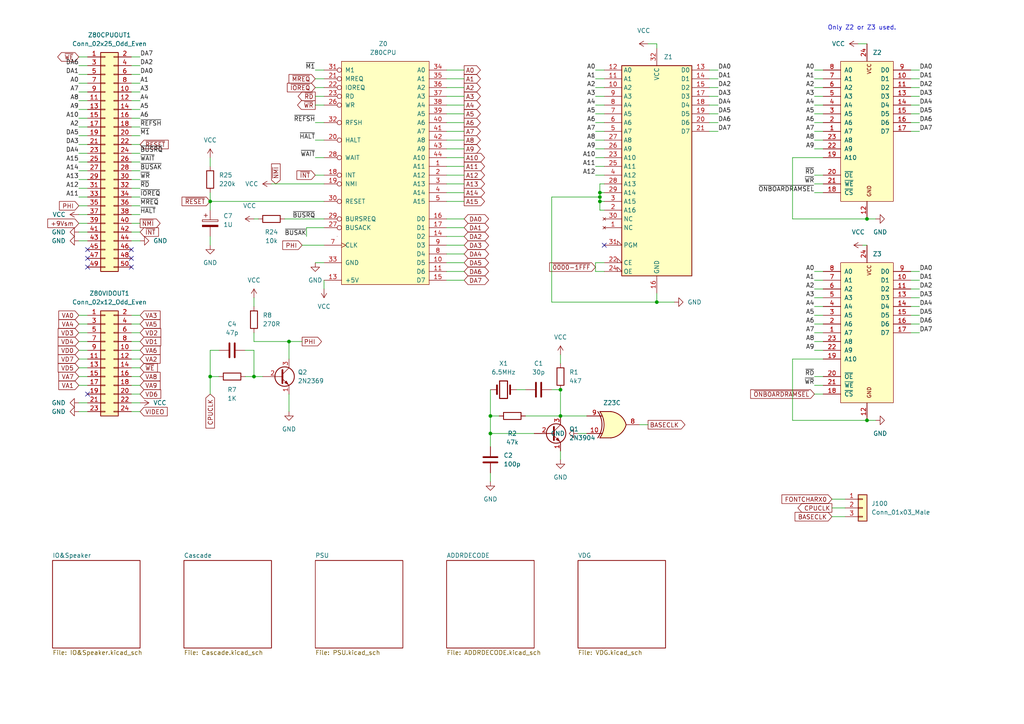
<source format=kicad_sch>
(kicad_sch (version 20211123) (generator eeschema)
  (paper "A4")
  (title_block (title "ACE2NOKB") (date "2019-09-17") (rev "Beta") (company "Ontobus") (comment 1 "John Bradley") (comment 2 "https://creativecommons.org/licenses/by-nc-sa/4.0/") (comment 3 "Attribution-NonCommercial-ShareAlike 4.0 International License.") (comment 4 "This work is licensed under a Creative Commons "))
  (junction (at 142.24 125.73))
  (junction (at 83.82 99.06))
  (junction (at 173.99 55.88))
  (junction (at 173.99 57.15))
  (junction (at 142.24 120.65))
  (junction (at 73.66 109.22))
  (junction (at 60.96 58.42))
  (junction (at 251.46 121.92))
  (junction (at 251.46 63.5))
  (junction (at 162.56 120.65))
  (junction (at 60.96 109.22))
  (junction (at 162.56 113.03))
  (junction (at 173.99 58.42))
  (junction (at 190.5 87.63))
  (no_connect (at -25.4 58.42))
  (no_connect (at 25.4 114.3))
  (no_connect (at -10.16 58.42))
  (no_connect (at -26.67 20.32))
  (no_connect (at 38.1 74.93))
  (no_connect (at -25.4 69.85))
  (no_connect (at 25.4 74.93))
  (no_connect (at -11.43 20.32))
  (no_connect (at -10.16 69.85))
  (no_connect (at -11.43 44.45))
  (no_connect (at 25.4 72.39))
  (no_connect (at -11.43 33.02))
  (no_connect (at 25.4 77.47))
  (no_connect (at -26.67 44.45))
  (no_connect (at 175.26 71.12))
  (no_connect (at 38.1 72.39))
  (no_connect (at -26.67 33.02))
  (no_connect (at 38.1 77.47))
  (wire (pts (xy 238.76 40.64) (xy 236.22 40.64)))
  (wire (pts (xy 172.72 50.8) (xy 175.26 50.8)))
  (wire (pts (xy 25.4 41.91) (xy 22.86 41.91)))
  (wire (pts (xy 25.4 91.44) (xy 22.86 91.44)))
  (wire (pts (xy 25.4 111.76) (xy 22.86 111.76)))
  (wire (pts (xy 25.4 49.53) (xy 22.86 49.53)))
  (wire (pts (xy 73.66 96.52) (xy 73.66 99.06)))
  (wire (pts (xy 93.98 30.48) (xy 91.44 30.48)))
  (wire (pts (xy 238.76 30.48) (xy 236.22 30.48)))
  (wire (pts (xy 38.1 52.07) (xy 40.64 52.07)))
  (wire (pts (xy 60.96 68.58) (xy 60.96 71.12)))
  (wire (pts (xy 38.1 16.51) (xy 40.64 16.51)))
  (wire (pts (xy 76.2 109.22) (xy 73.66 109.22)))
  (wire (pts (xy 129.54 38.1) (xy 134.62 38.1)))
  (wire (pts (xy 251.46 12.7) (xy 248.92 12.7)))
  (wire (pts (xy 129.54 48.26) (xy 134.62 48.26)))
  (wire (pts (xy 238.76 20.32) (xy 236.22 20.32)))
  (wire (pts (xy 38.1 57.15) (xy 40.64 57.15)))
  (wire (pts (xy 129.54 68.58) (xy 134.62 68.58)))
  (wire (pts (xy 38.1 59.69) (xy 40.64 59.69)))
  (wire (pts (xy 238.76 38.1) (xy 236.22 38.1)))
  (wire (pts (xy 264.16 93.98) (xy 266.7 93.98)))
  (wire (pts (xy 25.4 39.37) (xy 22.86 39.37)))
  (wire (pts (xy 83.82 114.3) (xy 83.82 119.38)))
  (wire (pts (xy 40.64 109.22) (xy 38.1 109.22)))
  (wire (pts (xy 238.76 93.98) (xy 236.22 93.98)))
  (wire (pts (xy 238.76 35.56) (xy 236.22 35.56)))
  (wire (pts (xy 129.54 58.42) (xy 134.62 58.42)))
  (wire (pts (xy 25.4 52.07) (xy 22.86 52.07)))
  (wire (pts (xy 205.74 25.4) (xy 208.28 25.4)))
  (wire (pts (xy 229.87 104.14) (xy 229.87 121.92)))
  (wire (pts (xy 172.72 76.2) (xy 172.72 78.74)))
  (wire (pts (xy 264.16 96.52) (xy 266.7 96.52)))
  (wire (pts (xy 154.94 125.73) (xy 142.24 125.73)))
  (wire (pts (xy 173.99 55.88) (xy 175.26 55.88)))
  (wire (pts (xy 142.24 120.65) (xy 144.78 120.65)))
  (wire (pts (xy 82.55 63.5) (xy 93.98 63.5)))
  (wire (pts (xy 93.98 71.12) (xy 87.63 71.12)))
  (wire (pts (xy 25.4 119.38) (xy 22.86 119.38)))
  (wire (pts (xy 129.54 33.02) (xy 134.62 33.02)))
  (wire (pts (xy 38.1 29.21) (xy 40.64 29.21)))
  (wire (pts (xy 93.98 66.04) (xy 88.9 66.04)))
  (wire (pts (xy 172.72 20.32) (xy 175.26 20.32)))
  (wire (pts (xy 229.87 121.92) (xy 251.46 121.92)))
  (wire (pts (xy 93.98 53.34) (xy 78.74 53.34)))
  (wire (pts (xy 87.63 99.06) (xy 83.82 99.06)))
  (wire (pts (xy 167.64 125.73) (xy 170.18 125.73)))
  (wire (pts (xy 245.11 144.78) (xy 241.3 144.78)))
  (wire (pts (xy 251.46 63.5) (xy 254 63.5)))
  (wire (pts (xy 93.98 45.72) (xy 91.44 45.72)))
  (wire (pts (xy 245.11 147.32) (xy 241.3 147.32)))
  (wire (pts (xy 162.56 130.81) (xy 162.56 133.35)))
  (wire (pts (xy 25.4 104.14) (xy 22.86 104.14)))
  (wire (pts (xy 63.5 101.6) (xy 60.96 101.6)))
  (wire (pts (xy 172.72 76.2) (xy 175.26 76.2)))
  (wire (pts (xy 172.72 27.94) (xy 175.26 27.94)))
  (wire (pts (xy 38.1 39.37) (xy 40.64 39.37)))
  (wire (pts (xy 264.16 86.36) (xy 266.7 86.36)))
  (wire (pts (xy 38.1 49.53) (xy 40.64 49.53)))
  (wire (pts (xy 40.64 64.77) (xy 38.1 64.77)))
  (wire (pts (xy 129.54 78.74) (xy 134.62 78.74)))
  (wire (pts (xy 60.96 58.42) (xy 60.96 60.96)))
  (wire (pts (xy 93.98 76.2) (xy 91.44 76.2)))
  (wire (pts (xy 38.1 26.67) (xy 40.64 26.67)))
  (wire (pts (xy 38.1 69.85) (xy 40.64 69.85)))
  (wire (pts (xy 142.24 113.03) (xy 142.24 120.65)))
  (wire (pts (xy 264.16 88.9) (xy 266.7 88.9)))
  (wire (pts (xy 185.42 123.19) (xy 187.96 123.19)))
  (wire (pts (xy 40.64 96.52) (xy 38.1 96.52)))
  (wire (pts (xy 238.76 27.94) (xy 236.22 27.94)))
  (wire (pts (xy 251.46 71.12) (xy 250.19 71.12)))
  (wire (pts (xy 25.4 16.51) (xy 22.86 16.51)))
  (wire (pts (xy 238.76 45.72) (xy 229.87 45.72)))
  (wire (pts (xy 38.1 24.13) (xy 40.64 24.13)))
  (wire (pts (xy 38.1 62.23) (xy 40.64 62.23)))
  (wire (pts (xy 40.64 114.3) (xy 38.1 114.3)))
  (wire (pts (xy 40.64 104.14) (xy 38.1 104.14)))
  (wire (pts (xy 238.76 101.6) (xy 236.22 101.6)))
  (wire (pts (xy 172.72 35.56) (xy 175.26 35.56)))
  (wire (pts (xy 238.76 55.88) (xy 236.22 55.88)))
  (wire (pts (xy 190.5 85.09) (xy 190.5 87.63)))
  (wire (pts (xy 25.4 101.6) (xy 22.86 101.6)))
  (wire (pts (xy 238.76 83.82) (xy 236.22 83.82)))
  (wire (pts (xy 129.54 43.18) (xy 134.62 43.18)))
  (wire (pts (xy 88.9 66.04) (xy 88.9 68.58)))
  (wire (pts (xy 25.4 24.13) (xy 22.86 24.13)))
  (wire (pts (xy 160.02 113.03) (xy 162.56 113.03)))
  (wire (pts (xy 40.64 106.68) (xy 38.1 106.68)))
  (wire (pts (xy 25.4 44.45) (xy 22.86 44.45)))
  (wire (pts (xy 25.4 69.85) (xy 22.86 69.85)))
  (wire (pts (xy 173.99 58.42) (xy 175.26 58.42)))
  (wire (pts (xy 38.1 36.83) (xy 40.64 36.83)))
  (wire (pts (xy 129.54 30.48) (xy 134.62 30.48)))
  (wire (pts (xy 74.93 63.5) (xy 73.66 63.5)))
  (wire (pts (xy 129.54 25.4) (xy 134.62 25.4)))
  (wire (pts (xy 162.56 120.65) (xy 170.18 120.65)))
  (wire (pts (xy 73.66 101.6) (xy 71.12 101.6)))
  (wire (pts (xy 60.96 55.88) (xy 60.96 58.42)))
  (wire (pts (xy 264.16 35.56) (xy 266.7 35.56)))
  (wire (pts (xy 142.24 139.7) (xy 142.24 137.16)))
  (wire (pts (xy 238.76 104.14) (xy 229.87 104.14)))
  (wire (pts (xy 173.99 55.88) (xy 173.99 53.34)))
  (wire (pts (xy 129.54 50.8) (xy 134.62 50.8)))
  (wire (pts (xy 264.16 91.44) (xy 266.7 91.44)))
  (wire (pts (xy 38.1 46.99) (xy 40.64 46.99)))
  (wire (pts (xy 40.64 101.6) (xy 38.1 101.6)))
  (wire (pts (xy 229.87 63.5) (xy 251.46 63.5)))
  (wire (pts (xy 93.98 81.28) (xy 93.98 83.82)))
  (wire (pts (xy 38.1 21.59) (xy 40.64 21.59)))
  (wire (pts (xy 40.64 91.44) (xy 38.1 91.44)))
  (wire (pts (xy 238.76 99.06) (xy 236.22 99.06)))
  (wire (pts (xy 264.16 78.74) (xy 266.7 78.74)))
  (wire (pts (xy 63.5 109.22) (xy 60.96 109.22)))
  (wire (pts (xy 172.72 33.02) (xy 175.26 33.02)))
  (wire (pts (xy 91.44 35.56) (xy 93.98 35.56)))
  (wire (pts (xy 25.4 21.59) (xy 22.86 21.59)))
  (wire (pts (xy 162.56 120.65) (xy 162.56 113.03)))
  (wire (pts (xy 173.99 53.34) (xy 175.26 53.34)))
  (wire (pts (xy 25.4 31.75) (xy 22.86 31.75)))
  (wire (pts (xy 172.72 45.72) (xy 175.26 45.72)))
  (wire (pts (xy 264.16 27.94) (xy 266.7 27.94)))
  (wire (pts (xy 190.5 12.7) (xy 190.5 13.97)))
  (wire (pts (xy 25.4 96.52) (xy 22.86 96.52)))
  (wire (pts (xy 25.4 64.77) (xy 22.86 64.77)))
  (wire (pts (xy 173.99 58.42) (xy 173.99 57.15)))
  (wire (pts (xy 129.54 55.88) (xy 134.62 55.88)))
  (wire (pts (xy 129.54 22.86) (xy 134.62 22.86)))
  (wire (pts (xy 264.16 83.82) (xy 266.7 83.82)))
  (wire (pts (xy 238.76 88.9) (xy 236.22 88.9)))
  (wire (pts (xy 172.72 22.86) (xy 175.26 22.86)))
  (wire (pts (xy 172.72 38.1) (xy 175.26 38.1)))
  (wire (pts (xy 195.58 87.63) (xy 190.5 87.63)))
  (wire (pts (xy 25.4 62.23) (xy 22.86 62.23)))
  (wire (pts (xy 38.1 67.31) (xy 40.64 67.31)))
  (wire (pts (xy 238.76 22.86) (xy 236.22 22.86)))
  (wire (pts (xy 236.22 114.3) (xy 238.76 114.3)))
  (wire (pts (xy 238.76 78.74) (xy 236.22 78.74)))
  (wire (pts (xy 25.4 93.98) (xy 22.86 93.98)))
  (wire (pts (xy 60.96 101.6) (xy 60.96 109.22)))
  (wire (pts (xy 205.74 22.86) (xy 208.28 22.86)))
  (wire (pts (xy 142.24 125.73) (xy 142.24 129.54)))
  (wire (pts (xy 73.66 109.22) (xy 73.66 101.6)))
  (wire (pts (xy 238.76 43.18) (xy 236.22 43.18)))
  (wire (pts (xy 73.66 99.06) (xy 83.82 99.06)))
  (wire (pts (xy 71.12 109.22) (xy 73.66 109.22)))
  (wire (pts (xy 40.64 93.98) (xy 38.1 93.98)))
  (wire (pts (xy 73.66 88.9) (xy 73.66 86.36)))
  (wire (pts (xy 38.1 41.91) (xy 40.64 41.91)))
  (wire (pts (xy 129.54 27.94) (xy 134.62 27.94)))
  (wire (pts (xy 238.76 25.4) (xy 236.22 25.4)))
  (wire (pts (xy 129.54 35.56) (xy 134.62 35.56)))
  (wire (pts (xy 205.74 35.56) (xy 208.28 35.56)))
  (wire (pts (xy 172.72 43.18) (xy 175.26 43.18)))
  (wire (pts (xy 152.4 120.65) (xy 162.56 120.65)))
  (wire (pts (xy 25.4 99.06) (xy 22.86 99.06)))
  (wire (pts (xy 173.99 57.15) (xy 173.99 55.88)))
  (wire (pts (xy 264.16 38.1) (xy 266.7 38.1)))
  (wire (pts (xy 22.86 67.31) (xy 25.4 67.31)))
  (wire (pts (xy 25.4 36.83) (xy 22.86 36.83)))
  (wire (pts (xy 229.87 45.72) (xy 229.87 63.5)))
  (wire (pts (xy 241.3 149.86) (xy 245.11 149.86)))
  (wire (pts (xy 25.4 57.15) (xy 22.86 57.15)))
  (wire (pts (xy 264.16 20.32) (xy 266.7 20.32)))
  (wire (pts (xy 40.64 111.76) (xy 38.1 111.76)))
  (wire (pts (xy 205.74 38.1) (xy 208.28 38.1)))
  (wire (pts (xy 38.1 44.45) (xy 40.64 44.45)))
  (wire (pts (xy 238.76 53.34) (xy 236.22 53.34)))
  (wire (pts (xy 149.86 113.03) (xy 152.4 113.03)))
  (wire (pts (xy 60.96 58.42) (xy 93.98 58.42)))
  (wire (pts (xy 238.76 50.8) (xy 236.22 50.8)))
  (wire (pts (xy 238.76 91.44) (xy 236.22 91.44)))
  (wire (pts (xy 93.98 25.4) (xy 91.44 25.4)))
  (wire (pts (xy 25.4 46.99) (xy 22.86 46.99)))
  (wire (pts (xy 129.54 71.12) (xy 134.62 71.12)))
  (wire (pts (xy 142.24 120.65) (xy 142.24 125.73)))
  (wire (pts (xy 93.98 20.32) (xy 91.44 20.32)))
  (wire (pts (xy 25.4 29.21) (xy 22.86 29.21)))
  (wire (pts (xy 38.1 19.05) (xy 40.64 19.05)))
  (wire (pts (xy 172.72 25.4) (xy 175.26 25.4)))
  (wire (pts (xy 25.4 19.05) (xy 22.86 19.05)))
  (wire (pts (xy 40.64 119.38) (xy 38.1 119.38)))
  (wire (pts (xy 173.99 60.96) (xy 175.26 60.96)))
  (wire (pts (xy 60.96 109.22) (xy 60.96 114.3)))
  (wire (pts (xy 38.1 34.29) (xy 40.64 34.29)))
  (wire (pts (xy 129.54 76.2) (xy 134.62 76.2)))
  (wire (pts (xy 129.54 20.32) (xy 134.62 20.32)))
  (wire (pts (xy 25.4 59.69) (xy 22.86 59.69)))
  (wire (pts (xy 129.54 63.5) (xy 134.62 63.5)))
  (wire (pts (xy 129.54 66.04) (xy 134.62 66.04)))
  (wire (pts (xy 238.76 86.36) (xy 236.22 86.36)))
  (wire (pts (xy 264.16 22.86) (xy 266.7 22.86)))
  (wire (pts (xy 205.74 27.94) (xy 208.28 27.94)))
  (wire (pts (xy 172.72 78.74) (xy 175.26 78.74)))
  (wire (pts (xy 40.64 99.06) (xy 38.1 99.06)))
  (wire (pts (xy 93.98 40.64) (xy 91.44 40.64)))
  (wire (pts (xy 38.1 54.61) (xy 40.64 54.61)))
  (wire (pts (xy 205.74 30.48) (xy 208.28 30.48)))
  (wire (pts (xy 129.54 53.34) (xy 134.62 53.34)))
  (wire (pts (xy 129.54 40.64) (xy 134.62 40.64)))
  (wire (pts (xy 264.16 25.4) (xy 266.7 25.4)))
  (wire (pts (xy 160.02 87.63) (xy 190.5 87.63)))
  (wire (pts (xy 264.16 81.28) (xy 266.7 81.28)))
  (wire (pts (xy 60.96 48.26) (xy 60.96 45.72)))
  (wire (pts (xy 129.54 73.66) (xy 134.62 73.66)))
  (wire (pts (xy 264.16 30.48) (xy 266.7 30.48)))
  (wire (pts (xy 173.99 57.15) (xy 160.02 57.15)))
  (wire (pts (xy 238.76 81.28) (xy 236.22 81.28)))
  (wire (pts (xy 160.02 57.15) (xy 160.02 87.63)))
  (wire (pts (xy 238.76 111.76) (xy 236.22 111.76)))
  (wire (pts (xy 83.82 99.06) (xy 83.82 104.14)))
  (wire (pts (xy 93.98 22.86) (xy 91.44 22.86)))
  (wire (pts (xy 38.1 31.75) (xy 40.64 31.75)))
  (wire (pts (xy 254 121.92) (xy 251.46 121.92)))
  (wire (pts (xy 172.72 40.64) (xy 175.26 40.64)))
  (wire (pts (xy 264.16 33.02) (xy 266.7 33.02)))
  (wire (pts (xy 40.64 116.84) (xy 38.1 116.84)))
  (wire (pts (xy 238.76 109.22) (xy 236.22 109.22)))
  (wire (pts (xy 25.4 109.22) (xy 22.86 109.22)))
  (wire (pts (xy 93.98 50.8) (xy 91.44 50.8)))
  (wire (pts (xy 93.98 27.94) (xy 91.44 27.94)))
  (wire (pts (xy 238.76 33.02) (xy 236.22 33.02)))
  (wire (pts (xy 129.54 45.72) (xy 134.62 45.72)))
  (wire (pts (xy 238.76 96.52) (xy 236.22 96.52)))
  (wire (pts (xy 162.56 105.41) (xy 162.56 102.87)))
  (wire (pts (xy 129.54 81.28) (xy 134.62 81.28)))
  (wire (pts (xy 25.4 54.61) (xy 22.86 54.61)))
  (wire (pts (xy 205.74 33.02) (xy 208.28 33.02)))
  (wire (pts (xy 22.86 116.84) (xy 25.4 116.84)))
  (wire (pts (xy 25.4 106.68) (xy 22.86 106.68)))
  (wire (pts (xy 172.72 48.26) (xy 175.26 48.26)))
  (wire (pts (xy 173.99 60.96) (xy 173.99 58.42)))
  (wire (pts (xy 25.4 34.29) (xy 22.86 34.29)))
  (wire (pts (xy 25.4 26.67) (xy 22.86 26.67)))
  (wire (pts (xy 205.74 20.32) (xy 208.28 20.32)))
  (wire (pts (xy 190.5 12.7) (xy 187.96 12.7)))
  (wire (pts (xy 172.72 30.48) (xy 175.26 30.48)))
  (text "Only Z2 or Z3 used." (at 240.03 8.89 0) (effects (font (size 1.27 1.27)) (justify left bottom)))
  (label "DA6" (at 22.86 19.05 0))
  (label "DA1" (at 266.7 22.86 0))
  (label "A13" (at 22.86 52.07 0))
  (label "A0" (at 236.22 20.32 0))
  (label "~{HALT}" (at 91.44 40.64 0))
  (label "~{BUSAK}" (at 40.64 49.53 0))
  (label "A11" (at 172.72 48.26 0))
  (label "A7" (at 236.22 96.52 0))
  (label "A8" (at 236.22 99.06 0))
  (label "A14" (at 22.86 49.53 0))
  (label "DA7" (at 266.7 38.1 0))
  (label "A10" (at 172.72 45.72 0))
  (label "A4" (at 172.72 30.48 0))
  (label "~{M1}" (at 91.44 20.32 0))
  (label "A1" (at 40.64 24.13 0))
  (label "A7" (at 172.72 38.1 0))
  (label "A0" (at 236.22 78.74 0))
  (label "A1" (at 236.22 22.86 0))
  (label "DA0" (at 208.28 20.32 0))
  (label "~{RD}" (at 40.64 54.61 0))
  (label "~{BUSRQ}" (at 91.44 63.5 180))
  (label "DA7" (at 208.28 38.1 0))
  (label "DA2" (at 266.7 25.4 0))
  (label "DA5" (at 22.86 39.37 0))
  (label "DA6" (at 266.7 35.56 0))
  (label "DA5" (at 266.7 91.44 0))
  (label "A4" (at 40.64 29.21 0))
  (label "A7" (at 236.22 38.1 0))
  (label "A6" (at 236.22 93.98 0))
  (label "A0" (at 172.72 20.32 0))
  (label "DA4" (at 208.28 30.48 0))
  (label "DA3" (at 22.86 41.91 0))
  (label "A5" (at 236.22 33.02 0))
  (label "A3" (at 236.22 27.94 0))
  (label "~{RD}" (at 236.22 50.8 0))
  (label "DA2" (at 208.28 25.4 0))
  (label "DA5" (at 208.28 33.02 0))
  (label "DA0" (at 266.7 20.32 0))
  (label "DA3" (at 266.7 27.94 0))
  (label "~{WR}" (at 40.64 52.07 0))
  (label "A5" (at 40.64 31.75 0))
  (label "DA7" (at 40.64 16.51 0))
  (label "A9" (at 236.22 43.18 0))
  (label "DA2" (at 266.7 83.82 0))
  (label "~{ONBOARDRAMSEL}" (at 236.22 55.88 180))
  (label "~{BUSAK}" (at 88.9 68.58 0))
  (label "A5" (at 236.22 91.44 0))
  (label "A12" (at 22.86 54.61 0))
  (label "DA3" (at 266.7 86.36 0))
  (label "~{IOREQ}" (at 40.64 57.15 0))
  (label "DA6" (at 208.28 35.56 0))
  (label "A8" (at 22.86 29.21 0))
  (label "~{BUSRQ}" (at 40.64 44.45 0))
  (label "DA5" (at 266.7 33.02 0))
  (label "DA6" (at 266.7 93.98 0))
  (label "A2" (at 236.22 25.4 0))
  (label "A4" (at 236.22 88.9 0))
  (label "DA7" (at 266.7 96.52 0))
  (label "A6" (at 236.22 35.56 0))
  (label "A3" (at 40.64 26.67 0))
  (label "A9" (at 236.22 101.6 0))
  (label "~{REFSH}" (at 40.64 36.83 0))
  (label "A2" (at 172.72 25.4 0))
  (label "DA1" (at 208.28 22.86 0))
  (label "A1" (at 172.72 22.86 0))
  (label "~{REFSH}" (at 91.44 35.56 0))
  (label "A2" (at 22.86 36.83 0))
  (label "DA4" (at 266.7 30.48 0))
  (label "~{WAIT}" (at 40.64 46.99 0))
  (label "A9" (at 172.72 43.18 0))
  (label "DA1" (at 266.7 81.28 0))
  (label "A9" (at 22.86 31.75 0))
  (label "~{WR}" (at 236.22 111.76 0))
  (label "A2" (at 236.22 83.82 0))
  (label "DA0" (at 40.64 21.59 0))
  (label "A8" (at 172.72 40.64 0))
  (label "A12" (at 172.72 50.8 0))
  (label "A0" (at 22.86 24.13 0))
  (label "A4" (at 236.22 30.48 0))
  (label "DA4" (at 22.86 44.45 0))
  (label "A1" (at 236.22 81.28 0))
  (label "A6" (at 40.64 34.29 0))
  (label "A8" (at 236.22 40.64 0))
  (label "~{RD}" (at 236.22 109.22 0))
  (label "A11" (at 22.86 57.15 0))
  (label "~{M1}" (at 40.64 39.37 0))
  (label "A10" (at 22.86 34.29 0))
  (label "A15" (at 22.86 46.99 0))
  (label "DA1" (at 22.86 21.59 0))
  (label "DA0" (at 266.7 78.74 0))
  (label "A6" (at 172.72 35.56 0))
  (label "DA4" (at 266.7 88.9 0))
  (label "~{WAIT}" (at 91.44 45.72 0))
  (label "A5" (at 172.72 33.02 0))
  (label "A3" (at 236.22 86.36 0))
  (label "DA3" (at 208.28 27.94 0))
  (label "DA2" (at 40.64 19.05 0))
  (label "~{HALT}" (at 40.64 62.23 0))
  (label "A7" (at 22.86 26.67 0))
  (label "A3" (at 172.72 27.94 0))
  (label "~{WR}" (at 236.22 53.34 0))
  (label "~{MREQ}" (at 40.64 59.69 0))
  (global_label "CPUCLK" (shape output) (at 241.3 147.32 180) (property "Intersheet References" "${INTERSHEET_REFS}" (at 231.5372 147.2406 0) (effects (justify right))))
  (global_label "A7" (shape output) (at 134.62 38.1 0) (property "Intersheet References" "${INTERSHEET_REFS}" (at 139.2423 38.0206 0) (effects (justify left))))
  (global_label "A11" (shape output) (at 134.62 48.26 0) (property "Intersheet References" "${INTERSHEET_REFS}" (at 140.4518 48.1806 0) (effects (justify left))))
  (global_label "VA6" (shape input) (at 40.64 101.6 0) (property "Intersheet References" "${INTERSHEET_REFS}" (at 46.3509 101.5206 0) (effects (justify left))))
  (global_label "A2" (shape output) (at 134.62 25.4 0) (property "Intersheet References" "${INTERSHEET_REFS}" (at 139.2423 25.3206 0) (effects (justify left))))
  (global_label "VA3" (shape input) (at 40.64 91.44 0) (property "Intersheet References" "${INTERSHEET_REFS}" (at 46.3509 91.3606 0) (effects (justify left))))
  (global_label "DA0" (shape bidirectional) (at 134.62 63.5 0) (property "Intersheet References" "${INTERSHEET_REFS}" (at 140.5123 63.4206 0) (effects (justify left))))
  (global_label "VD6" (shape input) (at 40.64 114.3 0) (property "Intersheet References" "${INTERSHEET_REFS}" (at 46.5323 114.2206 0) (effects (justify left))))
  (global_label "DA2" (shape bidirectional) (at 134.62 68.58 0) (property "Intersheet References" "${INTERSHEET_REFS}" (at 140.5123 68.5006 0) (effects (justify left))))
  (global_label "A6" (shape output) (at 134.62 35.56 0) (property "Intersheet References" "${INTERSHEET_REFS}" (at 139.2423 35.4806 0) (effects (justify left))))
  (global_label "~{MREQ}" (shape input) (at 91.44 22.86 180) (property "Intersheet References" "${INTERSHEET_REFS}" (at 83.9148 22.7806 0) (effects (justify right))))
  (global_label "VD3" (shape input) (at 22.86 96.52 180) (property "Intersheet References" "${INTERSHEET_REFS}" (at 16.9677 96.5994 0) (effects (justify right))))
  (global_label "DA4" (shape bidirectional) (at 134.62 73.66 0) (property "Intersheet References" "${INTERSHEET_REFS}" (at 140.5123 73.5806 0) (effects (justify left))))
  (global_label "BASECLK" (shape output) (at 187.96 123.19 0) (property "Intersheet References" "${INTERSHEET_REFS}" (at 198.5694 123.1106 0) (effects (justify left))))
  (global_label "~{RESET}" (shape input) (at 60.96 58.42 180) (property "Intersheetrefs" "${INTERSHEET_REFS}" (at 52.8906 58.3406 0) (effects (justify right))))
  (global_label "A5" (shape output) (at 134.62 33.02 0) (property "Intersheet References" "${INTERSHEET_REFS}" (at 139.2423 32.9406 0) (effects (justify left))))
  (global_label "DA6" (shape bidirectional) (at 134.62 78.74 0) (property "Intersheet References" "${INTERSHEET_REFS}" (at 140.5123 78.6606 0) (effects (justify left))))
  (global_label "A14" (shape output) (at 134.62 55.88 0) (property "Intersheet References" "${INTERSHEET_REFS}" (at 140.4518 55.8006 0) (effects (justify left))))
  (global_label "FONTCHARX0" (shape input) (at 241.3 144.78 180) (property "Intersheet References" "${INTERSHEET_REFS}" (at 234.1982 144.7006 0) (effects (justify right))))
  (global_label "~{NMI}" (shape input) (at 80.01 53.34 90) (property "Intersheetrefs" "${INTERSHEET_REFS}" (at 79.9306 47.6291 90) (effects (justify left))))
  (global_label "~{RESET}" (shape input) (at 40.64 41.91 0) (property "Intersheetrefs" "${INTERSHEET_REFS}" (at 48.7094 41.8306 0) (effects (justify left))))
  (global_label "~{RD}" (shape output) (at 91.44 27.94 180) (property "Intersheet References" "${INTERSHEET_REFS}" (at 86.5758 27.8606 0) (effects (justify right))))
  (global_label "~{IOREQ}" (shape input) (at 91.44 25.4 180) (property "Intersheet References" "${INTERSHEET_REFS}" (at 83.431 25.3206 0) (effects (justify right))))
  (global_label "VA0" (shape input) (at 22.86 91.44 180) (property "Intersheet References" "${INTERSHEET_REFS}" (at 17.1491 91.5194 0) (effects (justify right))))
  (global_label "VA2" (shape input) (at 40.64 104.14 0) (property "Intersheet References" "${INTERSHEET_REFS}" (at 46.3509 104.0606 0) (effects (justify left))))
  (global_label "A4" (shape output) (at 134.62 30.48 0) (property "Intersheet References" "${INTERSHEET_REFS}" (at 139.2423 30.4006 0) (effects (justify left))))
  (global_label "~{ONBOARDRAMSEL}" (shape input) (at 236.22 114.3 180) (property "Intersheet References" "${INTERSHEET_REFS}" (at 217.8091 114.2206 0) (effects (justify right))))
  (global_label "DA3" (shape bidirectional) (at 134.62 71.12 0) (property "Intersheet References" "${INTERSHEET_REFS}" (at 140.5123 71.0406 0) (effects (justify left))))
  (global_label "CPUCLK" (shape input) (at 60.96 114.3 270) (property "Intersheet References" "${INTERSHEET_REFS}" (at 61.0394 124.0628 90) (effects (justify right))))
  (global_label "VD1" (shape input) (at 40.64 99.06 0) (property "Intersheet References" "${INTERSHEET_REFS}" (at 46.5323 98.9806 0) (effects (justify left))))
  (global_label "A0" (shape output) (at 134.62 20.32 0) (property "Intersheet References" "${INTERSHEET_REFS}" (at 139.2423 20.2406 0) (effects (justify left))))
  (global_label "DA5" (shape bidirectional) (at 134.62 76.2 0) (property "Intersheet References" "${INTERSHEET_REFS}" (at 140.5123 76.1206 0) (effects (justify left))))
  (global_label "VD0" (shape input) (at 22.86 101.6 180) (property "Intersheet References" "${INTERSHEET_REFS}" (at 16.9677 101.6794 0) (effects (justify right))))
  (global_label "~{WE}" (shape input) (at 40.64 106.68 0) (property "Intersheet References" "${INTERSHEET_REFS}" (at 45.5647 106.6006 0) (effects (justify left))))
  (global_label "A10" (shape output) (at 134.62 45.72 0) (property "Intersheet References" "${INTERSHEET_REFS}" (at 140.4518 45.6406 0) (effects (justify left))))
  (global_label "VA7" (shape input) (at 22.86 109.22 180) (property "Intersheet References" "${INTERSHEET_REFS}" (at 17.1491 109.2994 0) (effects (justify right))))
  (global_label "VD2" (shape input) (at 40.64 96.52 0) (property "Intersheet References" "${INTERSHEET_REFS}" (at 46.5323 96.4406 0) (effects (justify left))))
  (global_label "A8" (shape output) (at 134.62 40.64 0) (property "Intersheet References" "${INTERSHEET_REFS}" (at 139.2423 40.5606 0) (effects (justify left))))
  (global_label "A12" (shape output) (at 134.62 50.8 0) (property "Intersheet References" "${INTERSHEET_REFS}" (at 140.4518 50.7206 0) (effects (justify left))))
  (global_label "VA4" (shape input) (at 22.86 93.98 180) (property "Intersheet References" "${INTERSHEET_REFS}" (at 17.1491 94.0594 0) (effects (justify right))))
  (global_label "A13" (shape output) (at 134.62 53.34 0) (property "Intersheet References" "${INTERSHEET_REFS}" (at 140.4518 53.2606 0) (effects (justify left))))
  (global_label "A15" (shape output) (at 134.62 58.42 0) (property "Intersheet References" "${INTERSHEET_REFS}" (at 140.4518 58.3406 0) (effects (justify left))))
  (global_label "PHI" (shape input) (at 87.63 71.12 180) (property "Intersheetrefs" "${INTERSHEET_REFS}" (at 82.1006 71.0406 0) (effects (justify right))))
  (global_label "VA8" (shape input) (at 40.64 109.22 0) (property "Intersheet References" "${INTERSHEET_REFS}" (at 46.3509 109.1406 0) (effects (justify left))))
  (global_label "~{WE}" (shape bidirectional) (at 22.86 16.51 180) (property "Intersheet References" "${INTERSHEET_REFS}" (at 17.9353 16.4306 0) (effects (justify right))))
  (global_label "~{0000-1FFF}" (shape input) (at 172.72 77.47 180) (property "Intersheet References" "${INTERSHEET_REFS}" (at 159.5101 77.3906 0) (effects (justify right))))
  (global_label "PHI" (shape output) (at 87.63 99.06 0) (property "Intersheetrefs" "${INTERSHEET_REFS}" (at 93.1594 98.9806 0) (effects (justify left))))
  (global_label "VA9" (shape input) (at 40.64 111.76 0) (property "Intersheet References" "${INTERSHEET_REFS}" (at 46.3509 111.6806 0) (effects (justify left))))
  (global_label "+9Vsm" (shape input) (at 22.86 64.77 180) (property "Intersheetrefs" "${INTERSHEET_REFS}" (at 13.9439 64.6906 0) (effects (justify right))))
  (global_label "A9" (shape output) (at 134.62 43.18 0) (property "Intersheet References" "${INTERSHEET_REFS}" (at 139.2423 43.1006 0) (effects (justify left))))
  (global_label "PHI" (shape input) (at 22.86 59.69 180) (property "Intersheetrefs" "${INTERSHEET_REFS}" (at 17.3306 59.6106 0) (effects (justify right))))
  (global_label "A1" (shape output) (at 134.62 22.86 0) (property "Intersheet References" "${INTERSHEET_REFS}" (at 139.2423 22.7806 0) (effects (justify left))))
  (global_label "DA7" (shape bidirectional) (at 134.62 81.28 0) (property "Intersheet References" "${INTERSHEET_REFS}" (at 140.5123 81.2006 0) (effects (justify left))))
  (global_label "VD5" (shape input) (at 22.86 106.68 180) (property "Intersheet References" "${INTERSHEET_REFS}" (at 16.9677 106.7594 0) (effects (justify right))))
  (global_label "VD4" (shape input) (at 22.86 99.06 180) (property "Intersheet References" "${INTERSHEET_REFS}" (at 16.9677 99.1394 0) (effects (justify right))))
  (global_label "VA1" (shape input) (at 22.86 111.76 180) (property "Intersheet References" "${INTERSHEET_REFS}" (at 17.1491 111.8394 0) (effects (justify right))))
  (global_label "~{NMI}" (shape output) (at 40.64 64.77 0) (property "Intersheetrefs" "${INTERSHEET_REFS}" (at 46.3509 64.6906 0) (effects (justify left))))
  (global_label "DA1" (shape bidirectional) (at 134.62 66.04 0) (property "Intersheet References" "${INTERSHEET_REFS}" (at 140.5123 65.9606 0) (effects (justify left))))
  (global_label "VA5" (shape input) (at 40.64 93.98 0) (property "Intersheet References" "${INTERSHEET_REFS}" (at 46.3509 93.9006 0) (effects (justify left))))
  (global_label "VD7" (shape input) (at 22.86 104.14 180) (property "Intersheet References" "${INTERSHEET_REFS}" (at 16.9677 104.2194 0) (effects (justify right))))
  (global_label "~{WR}" (shape output) (at 91.44 30.48 180) (property "Intersheet References" "${INTERSHEET_REFS}" (at 86.3944 30.4006 0) (effects (justify right))))
  (global_label "~{INT}" (shape input) (at 40.64 67.31 0) (property "Intersheet References" "${INTERSHEET_REFS}" (at 45.8671 67.2306 0) (effects (justify left))))
  (global_label "BASECLK" (shape input) (at 241.3 149.86 180) (property "Intersheet References" "${INTERSHEET_REFS}" (at 230.6906 149.7806 0) (effects (justify right))))
  (global_label "A3" (shape output) (at 134.62 27.94 0) (property "Intersheet References" "${INTERSHEET_REFS}" (at 139.2423 27.8606 0) (effects (justify left))))
  (global_label "VIDEO" (shape input) (at 40.64 119.38 0) (property "Intersheet References" "${INTERSHEET_REFS}" (at 48.4071 119.3006 0) (effects (justify left))))
  (global_label "~{INT}" (shape input) (at 91.44 50.8 180) (property "Intersheet References" "${INTERSHEET_REFS}" (at 86.2129 50.7206 0) (effects (justify right))))
  (symbol (lib_id "Device:C") (at 142.24 133.35 180) (unit 1)
    (property "Reference" "C2" (at 146.05 132.0799 0) (effects (justify right)))
    (property "Value" "100p" (at 146.05 134.6199 0) (effects (justify right)))
    (property "Footprint" "Capacitor_THT:C_Disc_D5.0mm_W2.5mm_P2.50mm" (effects hide))
    (property "Manufacturer_Name" "TDK" (effects hide))
    (property "Manufacturer_Part_Number" "FA18C0G1H101JNU06 " (effects hide))
  )
  (symbol (lib_id "Zilog_Z80:Z80CPU-LCC") (at 99.06 17.78 0) (unit 1)
    (property "Reference" "Z0" (at 111.125 12.7 0))
    (property "Value" "Z80CPU" (at 111.125 15.24 0))
    (property "Footprint" "Package_LCC:PLCC-44" (effects hide))
    (property "Datasheet" "https://www.mouser.co.uk/datasheet/2/450/ps0178-19386.pdf" (effects hide))
    (property "Manufacturer_Name" "Zilog" (effects hide))
    (property "Manufacturer_Part_Number" "Z84C00" (effects hide))
  )
  (symbol (lib_id "Transistor_BJT:2N3904") (at 160.02 125.73 0) (unit 1)
    (property "Reference" "Q1" (at 165.1 124.4599 0) (effects (justify left)))
    (property "Value" "2N3904" (at 165.1 126.9999 0) (effects (justify left)))
    (property "Footprint" "Package_TO_SOT_THT:TO-92_Inline" (effects hide))
    (property "Datasheet" "https://www.onsemi.com/pub/Collateral/2N3903-D.PDF" (effects hide))
    (property "Manufacturer_Part_Number" "2N3904" (effects hide))
  )
  (symbol (lib_id "power:GND") (at 162.56 133.35 0) (unit 1)
    (property "Reference" "#~SUPPLY010" (effects hide))
    (property "Value" "GND" (at 162.56 138.43 0))
  )
  (symbol (lib_id "power:GND") (at 83.82 119.38 0) (unit 1)
    (property "Reference" "#~SUPPLY07" (effects hide))
    (property "Value" "GND" (at 83.82 124.46 0))
  )
  (symbol (lib_id "power:GND") (at 167.64 125.73 270) (unit 1)
    (property "Reference" "#~SUPPLY012" (effects hide))
    (property "Value" "GND" (at 163.83 125.7299 90) (effects (justify right)))
  )
  (symbol (lib_id "power:VCC") (at 73.66 63.5 90) (unit 1)
    (property "Reference" "#~P+011" (effects hide))
    (property "Value" "VCC" (at 72.39 59.69 90))
  )
  (symbol (lib_id "Device:C_Polarized") (at 60.96 64.77 0) (unit 1)
    (property "Reference" "C7" (at 64.77 62.6109 0) (effects (justify left)))
    (property "Value" "1U" (at 64.77 65.1509 0) (effects (justify left)))
    (property "Footprint" "Capacitor_THT:CP_Radial_D5.0mm_P2.00mm" (effects hide))
    (property "Manufacturer_Name" "Lelon" (effects hide))
    (property "Manufacturer_Part_Number" "REA010M2CBK-0511P" (effects hide))
  )
  (symbol (lib_id "Mechanical:MountingHole") (at -43.18 121.92 0) (unit 1)
    (property "Reference" "HTL1" (at -40.64 120.6499 0) (effects (justify left)))
    (property "Value" "MountingHole" (at -40.64 123.1899 0) (effects (justify left)))
    (property "Footprint" "MountingHole:MountingHole_2.5mm" (effects hide))
  )
  (symbol (lib_id "Mechanical:MountingHole") (at -22.225 121.92 0) (unit 1)
    (property "Reference" "HTR1" (at -22.225 114.3 0))
    (property "Value" "MountingHole" (at -22.225 116.84 0))
    (property "Footprint" "MountingHole:MountingHole_2.5mm" (effects hide))
  )
  (symbol (lib_id "Mechanical:MountingHole") (at -43.18 126.365 0) (unit 1)
    (property "Reference" "HBL1" (at -44.45 125.0949 0) (effects (justify right)))
    (property "Value" "MountingHole" (at -44.45 127.6349 0) (effects (justify right)))
    (property "Footprint" "MountingHole:MountingHole_2.5mm" (effects hide))
  )
  (symbol (lib_id "Mechanical:MountingHole") (at -22.225 126.365 0) (unit 1)
    (property "Reference" "HBR1" (at -17.78 125.0949 0) (effects (justify left)))
    (property "Value" "MountingHole" (at -17.78 127.6349 0) (effects (justify left)))
    (property "Footprint" "MountingHole:MountingHole_2.5mm" (effects hide))
  )
  (symbol (lib_id "zilogback:ZilogBack") (at -48.26 109.22 0) (unit 1)
    (property "Reference" "Logo1" (at -39.37 102.87 0))
    (property "Value" "ZilogBack" (at -39.37 105.41 0))
    (property "Footprint" "Symbol:ZilogInsideBack" (effects hide))
  )
  (symbol (lib_id "zilogfront:ZilogFront") (at -48.26 95.25 0) (unit 1)
    (property "Reference" "Logo2" (at -39.37 88.9 0))
    (property "Value" "ZilogFront" (at -39.37 91.44 0))
    (property "Footprint" "Symbol:ZilogInsideFront" (effects hide))
  )
  (symbol (lib_id "power:VCC") (at 93.98 83.82 180) (unit 1)
    (property "Reference" "#~P+0104" (effects hide))
    (property "Value" "VCC" (at 93.98 88.9 0))
  )
  (symbol (lib_id "ExtraSymbols:6116P") (at 251.46 38.1 0) (unit 1)
    (property "Reference" "Z2" (at 253.1111 15.24 0) (effects (justify left)))
    (property "Value" "6116SA20TPGI" (effects hide))
    (property "Footprint" "Package_DIP:DIP-24_W7.62mm" (effects hide))
    (property "Datasheet" "https://www.princeton.edu/~mae412/HANDOUTS/Datasheets/2114.pdf" (effects hide))
    (property "Manufacturer_Name" "IDT" (effects hide))
    (property "Manufacturer_Part_Number" "6116SA20TPGI" (effects hide))
  )
  (symbol (lib_id "power:GND") (at 91.44 76.2 0) (unit 1)
    (property "Reference" "#~SUPPLY0105" (effects hide))
    (property "Value" "GND" (at 91.44 81.28 0))
  )
  (symbol (lib_id "Connector_Generic:Conn_02x12_Odd_Even") (at 30.48 104.14 0) (unit 1)
    (property "Reference" "Z80VIDOUT1" (at 31.75 85.09 0))
    (property "Value" "Conn_02x12_Odd_Even" (at 31.75 87.63 0))
    (property "Footprint" "Connector_PinHeader_2.54mm:PinHeader_2x12_P2.54mm_Vertical" (effects hide))
    (property "Manufacturer_Name" "SAMTEC" (effects hide))
    (property "Manufacturer_Part_Number" "TSW-122-10-T-S" (effects hide))
  )
  (symbol (lib_id "power:GND") (at 22.86 119.38 270) (unit 1)
    (property "Reference" "#~PWR0111" (effects hide))
    (property "Value" "GND" (at 19.05 119.3799 90) (effects (justify right)))
  )
  (symbol (lib_id "power:GND") (at 22.86 116.84 270) (unit 1)
    (property "Reference" "#~PWR0112" (effects hide))
    (property "Value" "GND" (at 19.05 116.8399 90) (effects (justify right)))
  )
  (symbol (lib_id "Connector_Generic:Conn_02x25_Odd_Even") (at 30.48 46.99 0) (unit 1)
    (property "Reference" "Z80CPUOUT1" (at 31.75 10.16 0))
    (property "Value" "Conn_02x25_Odd_Even" (at 31.75 12.7 0))
    (property "Footprint" "Connector_PinHeader_2.54mm:PinHeader_2x25_P2.54mm_Vertical" (effects hide))
    (property "Manufacturer_Name" "SAMTEC" (effects hide))
    (property "Manufacturer_Part_Number" "TSW-122-10-T-S" (effects hide))
  )
  (symbol (lib_id "power:GND") (at 254 121.92 90) (unit 1)
    (property "Reference" "#0113" (effects hide))
    (property "Value" "GND" (at 255.27 125.73 90))
  )
  (symbol (lib_id "power:VCC") (at 250.19 71.12 90) (unit 1)
    (property "Reference" "#0114" (effects hide))
    (property "Value" "VCC" (at 248.92 67.31 90))
  )
  (symbol (lib_id "power:GND") (at 254 63.5 90) (unit 1)
    (property "Reference" "#0103" (effects hide))
    (property "Value" "GND" (at 255.27 67.31 90))
  )
  (symbol (lib_id "power:VCC") (at 248.92 12.7 90) (unit 1)
    (property "Reference" "#0104" (effects hide))
    (property "Value" "VCC" (at 245.11 12.6999 90) (effects (justify left)))
  )
  (symbol (lib_id "74xx:74HCT04") (at -19.05 20.32 0) (unit 2)
    (property "Reference" "Z100" (at -19.05 11.43 0))
    (property "Value" "SN74AHCT04" (at -19.05 13.97 0))
    (property "Footprint" "Package_DIP:DIP-14_W7.62mm" (effects hide))
    (property "Datasheet" "https://assets.nexperia.com/documents/data-sheet/74HC_HCT04.pdf" (effects hide))
    (property "Manufacturer_Name" "Texas Instruments" (effects hide))
    (property "Manufacturer_Part_Number" "CD74HCT393E" (effects hide))
  )
  (symbol (lib_id "74xx:74HCT04") (at -19.05 33.02 0) (unit 3)
    (property "Reference" "Z100" (at -19.05 24.13 0))
    (property "Value" "SN74AHCT04" (at -19.05 26.67 0))
    (property "Footprint" "Package_DIP:DIP-14_W7.62mm" (effects hide))
    (property "Datasheet" "https://assets.nexperia.com/documents/data-sheet/74HC_HCT04.pdf" (effects hide))
    (property "Manufacturer_Name" "Texas Instruments" (effects hide))
    (property "Manufacturer_Part_Number" "CD74HCT393E" (effects hide))
  )
  (symbol (lib_id "74xx:74HCT04") (at -19.05 44.45 0) (unit 4)
    (property "Reference" "Z100" (at -19.05 35.56 0))
    (property "Value" "SN74AHCT04" (at -19.05 38.1 0))
    (property "Footprint" "Package_DIP:DIP-14_W7.62mm" (effects hide))
    (property "Datasheet" "https://assets.nexperia.com/documents/data-sheet/74HC_HCT04.pdf" (effects hide))
    (property "Manufacturer_Name" "Texas Instruments" (effects hide))
    (property "Manufacturer_Part_Number" "CD74HCT393E" (effects hide))
  )
  (symbol (lib_id "74xx:74HCT04") (at -17.78 58.42 0) (unit 5)
    (property "Reference" "Z100" (at -17.78 49.53 0))
    (property "Value" "SN74AHCT04" (at -17.78 52.07 0))
    (property "Footprint" "Package_DIP:DIP-14_W7.62mm" (effects hide))
    (property "Datasheet" "https://assets.nexperia.com/documents/data-sheet/74HC_HCT04.pdf" (effects hide))
    (property "Manufacturer_Name" "Texas Instruments" (effects hide))
    (property "Manufacturer_Part_Number" "CD74HCT393E" (effects hide))
  )
  (symbol (lib_id "74xx:74HCT04") (at -17.78 69.85 0) (unit 6)
    (property "Reference" "Z100" (at -17.78 76.2 0))
    (property "Value" "SN74AHCT04" (at -17.78 78.74 0))
    (property "Footprint" "Package_DIP:DIP-14_W7.62mm" (effects hide))
    (property "Datasheet" "https://assets.nexperia.com/documents/data-sheet/74HC_HCT04.pdf" (effects hide))
    (property "Manufacturer_Name" "Texas Instruments" (effects hide))
    (property "Manufacturer_Part_Number" "CD74HCT393E" (effects hide))
  )
  (symbol (lib_id "power:GND") (at 195.58 87.63 90) (unit 1)
    (property "Reference" "#0107" (effects hide))
    (property "Value" "GND" (at 199.39 87.6299 90) (effects (justify right)))
  )
  (symbol (lib_id "power:VCC") (at 187.96 12.7 90) (unit 1)
    (property "Reference" "#0108" (effects hide))
    (property "Value" "VCC" (at 186.69 8.89 90))
  )
  (symbol (lib_id "power:VCC") (at 73.66 86.36 0) (unit 1)
    (property "Reference" "#~P+010" (effects hide))
    (property "Value" "VCC" (at 73.66 81.28 0))
  )
  (symbol (lib_id "power:GND") (at 22.86 67.31 270) (unit 1)
    (property "Reference" "#~PWR0103" (effects hide))
    (property "Value" "GND" (at 19.05 67.3099 90) (effects (justify right)))
  )
  (symbol (lib_id "power:GND") (at 22.86 69.85 270) (unit 1)
    (property "Reference" "#~PWR0102" (effects hide))
    (property "Value" "GND" (at 19.05 69.8499 90) (effects (justify right)))
  )
  (symbol (lib_id "power:GND") (at 40.64 69.85 90) (unit 1)
    (property "Reference" "#~PWR0101" (effects hide))
    (property "Value" "GND" (at 44.45 69.8499 90) (effects (justify right)))
  )
  (symbol (lib_id "Device:Crystal") (at 146.05 113.03 180) (unit 1)
    (property "Reference" "X1" (at 146.05 105.41 0))
    (property "Value" "6.5MHz" (at 146.05 107.95 0))
    (property "Footprint" "Crystal:Crystal_HC49-U_Vertical" (effects hide))
    (property "Manufacturer_Name" "ECS " (effects hide))
    (property "Manufacturer_Part_Number" "ECS-65-20-4X " (effects hide))
  )
  (symbol (lib_id "Device:R") (at 78.74 63.5 270) (unit 1)
    (property "Reference" "R24" (at 78.74 67.31 90))
    (property "Value" "10k" (at 78.74 69.85 90))
    (property "Footprint" "Resistor_THT:R_Axial_DIN0204_L3.6mm_D1.6mm_P1.90mm_Vertical" (effects hide))
    (property "Manufacturer_Name" "Vishay" (effects hide))
    (property "Manufacturer_Part_Number" "MBA02040C1002FRP00 " (effects hide))
  )
  (symbol (lib_id "Device:C") (at 67.31 101.6 90) (unit 1)
    (property "Reference" "C4" (at 67.31 93.98 90))
    (property "Value" "47p" (at 67.31 96.52 90))
    (property "Footprint" "Capacitor_THT:C_Disc_D5.0mm_W2.5mm_P2.50mm" (effects hide))
    (property "Manufacturer_Name" "tdk" (effects hide))
    (property "Manufacturer_Part_Number" "FA18C0G1H470JNU00" (effects hide))
  )
  (symbol (lib_id "Device:R") (at 73.66 92.71 0) (unit 1)
    (property "Reference" "R8" (at 76.2 91.4399 0) (effects (justify left)))
    (property "Value" "270R" (at 76.2 93.9799 0) (effects (justify left)))
    (property "Footprint" "Resistor_THT:R_Axial_DIN0204_L3.6mm_D1.6mm_P1.90mm_Vertical" (effects hide))
    (property "Manufacturer_Name" "Vishay" (effects hide))
    (property "Manufacturer_Part_Number" "MBA02040C2700FRP00 " (effects hide))
  )
  (symbol (lib_id "Device:R") (at 148.59 120.65 270) (unit 1)
    (property "Reference" "R2" (at 148.59 125.73 90))
    (property "Value" "47k" (at 148.59 128.27 90))
    (property "Footprint" "Resistor_THT:R_Axial_DIN0204_L3.6mm_D1.6mm_P1.90mm_Vertical" (effects hide))
    (property "Manufacturer_Name" "Vishay" (effects hide))
    (property "Manufacturer_Part_Number" "MBA02040C4702FC100" (effects hide))
  )
  (symbol (lib_id "Device:C") (at 156.21 113.03 90) (unit 1)
    (property "Reference" "C1" (at 156.21 105.41 90))
    (property "Value" "30p" (at 156.21 107.95 90))
    (property "Footprint" "Capacitor_THT:C_Disc_D5.0mm_W2.5mm_P2.50mm" (effects hide))
    (property "Manufacturer_Name" "AVX " (effects hide))
    (property "Manufacturer_Part_Number" "SR151A300JAR " (effects hide))
  )
  (symbol (lib_id "74xx:74LS86") (at 177.8 123.19 0) (unit 3)
    (property "Reference" "Z23" (at 177.4952 116.84 0))
    (property "Value" "SN74AHCT86N" (effects hide))
    (property "Footprint" "Package_DIP:DIP-14_W7.62mm" (effects hide))
    (property "Datasheet" "74xx/74ls86.pdf" (effects hide))
    (property "Manufacturer_Name" "Texas Instruments" (effects hide))
    (property "Manufacturer_Part_Number" "SN74AHCT86N" (effects hide))
  )
  (symbol (lib_id "power:GND") (at 60.96 71.12 0) (unit 1)
    (property "Reference" "#~SUPPLY09" (effects hide))
    (property "Value" "GND" (at 60.96 76.2 0))
  )
  (symbol (lib_id "ExtraSymbols:6116P") (at 251.46 96.52 0) (unit 1)
    (property "Reference" "Z3" (at 253.1111 73.66 0) (effects (justify left)))
    (property "Value" "HM6116P" (effects hide))
    (property "Footprint" "Package_DIP:DIP-24_W15.24mm" (effects hide))
    (property "Datasheet" "https://www.princeton.edu/~mae412/HANDOUTS/Datasheets/2114.pdf" (effects hide))
    (property "Manufacturer_Name" "Hitachi" (effects hide))
    (property "Manufacturer_Part_Number" "HM6116P" (effects hide))
  )
  (symbol (lib_id "ExtraSymbols:SST39SF010-FULLPIN") (at 190.5 50.8 0) (unit 1)
    (property "Reference" "Z1" (at 192.5194 16.51 0) (effects (justify left)))
    (property "Value" "SST39SF010A-45-4I-NHE " (effects hide))
    (property "Footprint" "Package_LCC:PLCC-32_THT-Socket" (effects hide))
    (property "Datasheet" "http://ww1.microchip.com/downloads/en/DeviceDoc/25022B.pdf" (effects hide))
    (property "Description" "flash" (effects hide))
    (property "Manufacturer_Name" "Microchip Technology " (effects hide))
    (property "Manufacturer_Part_Number" "SST39SF010A-45-4I-NHE " (effects hide))
  )
  (symbol (lib_id "Device:R") (at 67.31 109.22 90) (unit 1)
    (property "Reference" "R7" (at 67.31 113.03 90))
    (property "Value" "1K" (at 67.31 115.57 90))
    (property "Footprint" "Resistor_THT:R_Axial_DIN0204_L3.6mm_D1.6mm_P1.90mm_Vertical" (effects hide))
    (property "Manufacturer_Name" "Vishay" (effects hide))
    (property "Manufacturer_Part_Number" "MBA02040C1202FRP00" (effects hide))
  )
  (symbol (lib_id "power:VCC") (at 162.56 102.87 0) (unit 1)
    (property "Reference" "#~P+016" (effects hide))
    (property "Value" "VCC" (at 162.56 97.79 0))
  )
  (symbol (lib_id "power:VCC") (at 60.96 45.72 0) (unit 1)
    (property "Reference" "#~P+09" (effects hide))
    (property "Value" "VCC" (at 60.96 40.64 0))
  )
  (symbol (lib_id "power:GND") (at 142.24 139.7 0) (unit 1)
    (property "Reference" "#~SUPPLY011" (effects hide))
    (property "Value" "GND" (at 142.24 144.78 0))
  )
  (symbol (lib_id "power:VCC") (at 78.74 53.34 90) (unit 1)
    (property "Reference" "#~P+08" (effects hide))
    (property "Value" "VCC" (at 74.93 53.3399 90) (effects (justify left)))
  )
  (symbol (lib_id "Device:R") (at 60.96 52.07 0) (unit 1)
    (property "Reference" "R25" (at 63.5 50.7999 0) (effects (justify left)))
    (property "Value" "220k" (at 63.5 53.3399 0) (effects (justify left)))
    (property "Footprint" "Resistor_THT:R_Axial_DIN0204_L3.6mm_D1.6mm_P1.90mm_Vertical" (effects hide))
    (property "Manufacturer_Name" "Texas Instruments" (effects hide))
    (property "Manufacturer_Part_Number" "SN74AHCT02N" (effects hide))
  )
  (symbol (lib_id "Device:R") (at 162.56 109.22 0) (unit 1)
    (property "Reference" "R1" (at 165.1 107.9499 0) (effects (justify left)))
    (property "Value" "4k7" (at 165.1 110.4899 0) (effects (justify left)))
    (property "Footprint" "Resistor_THT:R_Axial_DIN0204_L3.6mm_D1.6mm_P1.90mm_Vertical" (effects hide))
    (property "Manufacturer_Name" "Vishay" (effects hide))
    (property "Manufacturer_Part_Number" "MBA02040C4708FRP00" (effects hide))
  )
  (symbol (lib_id "Device:Q_NPN_EBC") (at 81.28 109.22 0) (unit 1)
    (property "Reference" "Q2" (at 86.36 107.9499 0) (effects (justify left)))
    (property "Value" "2N2369" (at 86.36 110.4899 0) (effects (justify left)))
    (property "Footprint" "Package_TO_SOT_THT:TO-18-3" (effects hide))
    (property "Manufacturer_Part_Number" "2N2369" (effects hide))
  )
  (symbol (lib_id "Connector_Generic:Conn_01x03") (at 250.19 147.32 0) (unit 1)
    (property "Reference" "J100" (at 252.73 146.0499 0) (effects (justify left)))
    (property "Value" "Conn_01x03_Male" (at 252.73 148.5899 0) (effects (justify left)))
    (property "Footprint" "Connector_PinHeader_2.54mm:PinHeader_1x03_P2.54mm_Vertical" (effects hide))
  )
  (symbol (lib_id "power:VCC") (at 22.86 62.23 90) (unit 1)
    (property "Reference" "# P+0107" (effects hide))
    (property "Value" "VCC" (at 19.05 62.2299 90) (effects (justify left)))
  )
  (symbol (lib_id "power:VCC") (at 40.64 116.84 270) (unit 1)
    (property "Reference" "# P+0106" (effects hide))
    (property "Value" "VCC" (at 44.45 116.8399 90) (effects (justify left)))
  )
  (sheet (at 129.54 162.56) (size 25.4 25.4) (stroke (width 0.1524))
    (property "Sheet name" "ADDRDECODE" (at 129.54 161.8484 0) (effects (justify left bottom)))
    (property "Sheet file" "ADDRDECODE.kicad_sch" (at 129.54 188.5446 0) (effects (justify left top)))
  )
  (sheet (at 53.34 162.56) (size 25.4 25.4) (stroke (width 0.1524))
    (property "Sheet name" "Cascade" (at 53.34 161.8484 0) (effects (justify left bottom)))
    (property "Sheet file" "Cascade.kicad_sch" (at 53.34 188.5446 0) (effects (justify left top)))
  )
  (sheet (at 15.24 162.56) (size 25.4 25.4) (stroke (width 0.1524))
    (property "Sheet name" "IO&Speaker" (at 15.24 161.8484 0) (effects (justify left bottom)))
    (property "Sheet file" "IO&Speaker.kicad_sch" (at 15.24 188.5446 0) (effects (justify left top)))
  )
  (sheet (at 91.44 162.56) (size 25.4 25.4) (stroke (width 0.1524))
    (property "Sheet name" "PSU" (at 91.44 161.8484 0) (effects (justify left bottom)))
    (property "Sheet file" "PSU.kicad_sch" (at 91.44 188.5446 0) (effects (justify left top)))
  )
  (sheet (at 167.64 162.56) (size 25.4 25.4) (stroke (width 0.1524))
    (property "Sheet name" "VDG" (at 167.64 161.8484 0) (effects (justify left bottom)))
    (property "Sheet file" "VDG.kicad_sch" (at 167.64 188.5446 0) (effects (justify left top)))
  )
)
</source>
